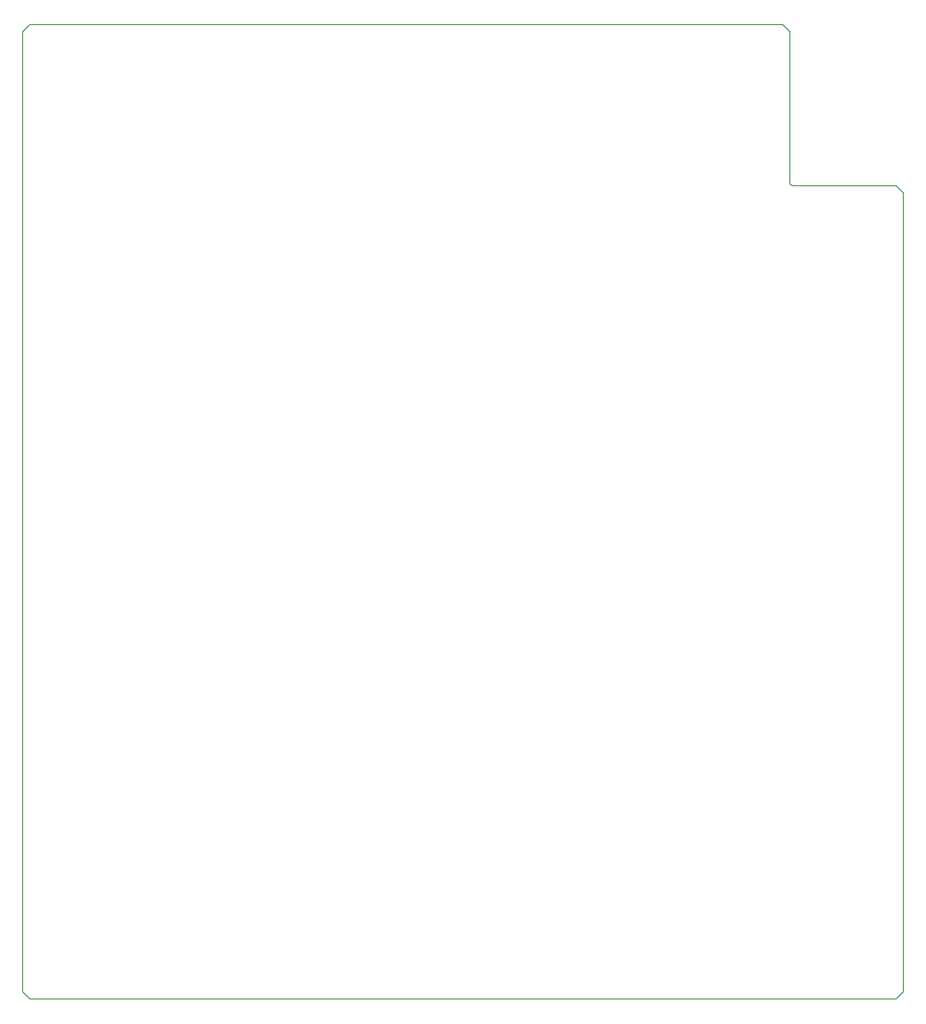
<source format=gbr>
G04 CAM350 V10.0.1 (Build 314) Date:  Tue Jul 17 14:43:08 2018 *
G04 Database: D:\LGR\2018\JULY\REL50470_POWER SOURCE BOARD\REL50470_FINAL.cam *
G04 Layer 13: ROUT *
%FSLAX25Y25*%
%MOIN*%
%SFA1.000B1.000*%

%MIA0B0*%
%IPPOS*%
%ADD10C,0.00600*%
%LNROUT*%
%LPD*%
G54D10*
X610551Y558610D02*
G01Y5000D01*
X605551Y0*
X5000*
X0Y5000*
Y670110*
X5000Y675110*
X526657*
X531657Y670110*
Y565610*
X531687Y565263*
X531777Y564926*
X531925Y564610*
X532125Y564324*
X532371Y564078*
X532657Y563878*
X532973Y563731*
X533310Y563640*
X533657Y563610*
X605551*
X610551Y558610*
M02*

</source>
